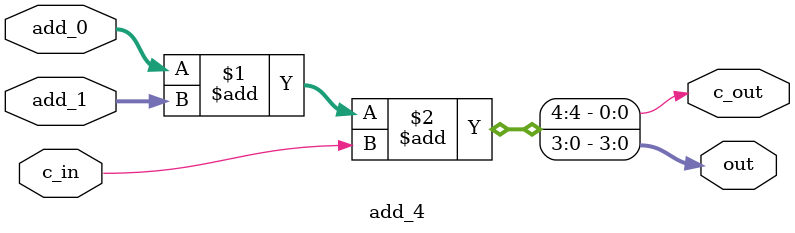
<source format=v>
`timescale 1ns / 1ps

module add_4(
    input [3:0] add_0,
    input [3:0] add_1,
    input c_in,
    output [3:0] out,
    output c_out
    );
    assign {c_out, out} = add_0 + add_1 + c_in;
endmodule
</source>
